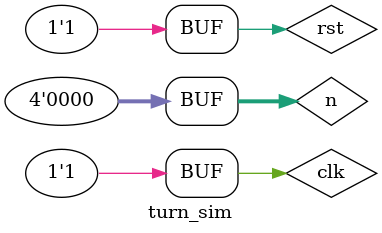
<source format=v>
`timescale 1ns / 1ps


module turn_sim();
reg clk,rst;
reg [3:0]n;
wire num,n1,n2,n3,show1,show2,show3;
turn t(clk,rst,n,num,n1,n2,n3,show1,show2,show3);
initial {n,rst,clk}=3'b010;
initial
begin 
    repeat(3)begin
    #10 clk=1'b0;
    #10 clk=1'b1;
       n=n+1;
    end
    
end
    
    
endmodule

</source>
